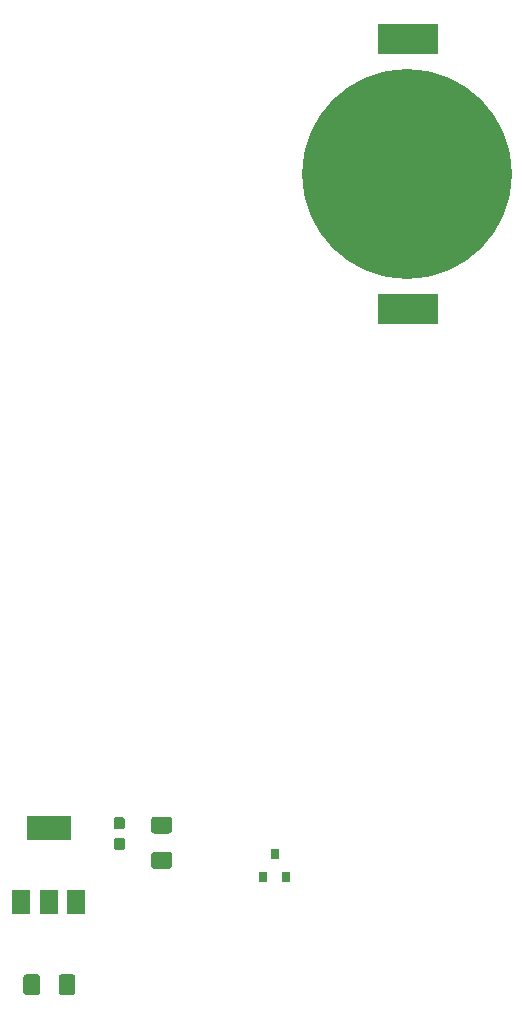
<source format=gbr>
G04 #@! TF.GenerationSoftware,KiCad,Pcbnew,5.1.0-unknown-03bce55~94~ubuntu16.04.1*
G04 #@! TF.CreationDate,2019-06-06T22:48:09-05:00*
G04 #@! TF.ProjectId,Embebidos_2019,456d6265-6269-4646-9f73-5f323031392e,rev?*
G04 #@! TF.SameCoordinates,Original*
G04 #@! TF.FileFunction,Paste,Bot*
G04 #@! TF.FilePolarity,Positive*
%FSLAX46Y46*%
G04 Gerber Fmt 4.6, Leading zero omitted, Abs format (unit mm)*
G04 Created by KiCad (PCBNEW 5.1.0-unknown-03bce55~94~ubuntu16.04.1) date 2019-06-06 22:48:09*
%MOMM*%
%LPD*%
G04 APERTURE LIST*
%ADD10R,5.080000X2.540000*%
%ADD11C,17.780001*%
%ADD12C,0.100000*%
%ADD13C,1.425000*%
%ADD14C,0.950000*%
%ADD15R,0.800000X0.900000*%
%ADD16R,3.800000X2.000000*%
%ADD17R,1.500000X2.000000*%
G04 APERTURE END LIST*
D10*
X111102000Y-62430000D03*
X111102000Y-39570000D03*
D11*
X110975000Y-51000000D03*
D12*
G36*
X79734504Y-118798204D02*
G01*
X79758773Y-118801804D01*
X79782571Y-118807765D01*
X79805671Y-118816030D01*
X79827849Y-118826520D01*
X79848893Y-118839133D01*
X79868598Y-118853747D01*
X79886777Y-118870223D01*
X79903253Y-118888402D01*
X79917867Y-118908107D01*
X79930480Y-118929151D01*
X79940970Y-118951329D01*
X79949235Y-118974429D01*
X79955196Y-118998227D01*
X79958796Y-119022496D01*
X79960000Y-119047000D01*
X79960000Y-120297000D01*
X79958796Y-120321504D01*
X79955196Y-120345773D01*
X79949235Y-120369571D01*
X79940970Y-120392671D01*
X79930480Y-120414849D01*
X79917867Y-120435893D01*
X79903253Y-120455598D01*
X79886777Y-120473777D01*
X79868598Y-120490253D01*
X79848893Y-120504867D01*
X79827849Y-120517480D01*
X79805671Y-120527970D01*
X79782571Y-120536235D01*
X79758773Y-120542196D01*
X79734504Y-120545796D01*
X79710000Y-120547000D01*
X78785000Y-120547000D01*
X78760496Y-120545796D01*
X78736227Y-120542196D01*
X78712429Y-120536235D01*
X78689329Y-120527970D01*
X78667151Y-120517480D01*
X78646107Y-120504867D01*
X78626402Y-120490253D01*
X78608223Y-120473777D01*
X78591747Y-120455598D01*
X78577133Y-120435893D01*
X78564520Y-120414849D01*
X78554030Y-120392671D01*
X78545765Y-120369571D01*
X78539804Y-120345773D01*
X78536204Y-120321504D01*
X78535000Y-120297000D01*
X78535000Y-119047000D01*
X78536204Y-119022496D01*
X78539804Y-118998227D01*
X78545765Y-118974429D01*
X78554030Y-118951329D01*
X78564520Y-118929151D01*
X78577133Y-118908107D01*
X78591747Y-118888402D01*
X78608223Y-118870223D01*
X78626402Y-118853747D01*
X78646107Y-118839133D01*
X78667151Y-118826520D01*
X78689329Y-118816030D01*
X78712429Y-118807765D01*
X78736227Y-118801804D01*
X78760496Y-118798204D01*
X78785000Y-118797000D01*
X79710000Y-118797000D01*
X79734504Y-118798204D01*
X79734504Y-118798204D01*
G37*
D13*
X79247500Y-119672000D03*
D12*
G36*
X82709504Y-118798204D02*
G01*
X82733773Y-118801804D01*
X82757571Y-118807765D01*
X82780671Y-118816030D01*
X82802849Y-118826520D01*
X82823893Y-118839133D01*
X82843598Y-118853747D01*
X82861777Y-118870223D01*
X82878253Y-118888402D01*
X82892867Y-118908107D01*
X82905480Y-118929151D01*
X82915970Y-118951329D01*
X82924235Y-118974429D01*
X82930196Y-118998227D01*
X82933796Y-119022496D01*
X82935000Y-119047000D01*
X82935000Y-120297000D01*
X82933796Y-120321504D01*
X82930196Y-120345773D01*
X82924235Y-120369571D01*
X82915970Y-120392671D01*
X82905480Y-120414849D01*
X82892867Y-120435893D01*
X82878253Y-120455598D01*
X82861777Y-120473777D01*
X82843598Y-120490253D01*
X82823893Y-120504867D01*
X82802849Y-120517480D01*
X82780671Y-120527970D01*
X82757571Y-120536235D01*
X82733773Y-120542196D01*
X82709504Y-120545796D01*
X82685000Y-120547000D01*
X81760000Y-120547000D01*
X81735496Y-120545796D01*
X81711227Y-120542196D01*
X81687429Y-120536235D01*
X81664329Y-120527970D01*
X81642151Y-120517480D01*
X81621107Y-120504867D01*
X81601402Y-120490253D01*
X81583223Y-120473777D01*
X81566747Y-120455598D01*
X81552133Y-120435893D01*
X81539520Y-120414849D01*
X81529030Y-120392671D01*
X81520765Y-120369571D01*
X81514804Y-120345773D01*
X81511204Y-120321504D01*
X81510000Y-120297000D01*
X81510000Y-119047000D01*
X81511204Y-119022496D01*
X81514804Y-118998227D01*
X81520765Y-118974429D01*
X81529030Y-118951329D01*
X81539520Y-118929151D01*
X81552133Y-118908107D01*
X81566747Y-118888402D01*
X81583223Y-118870223D01*
X81601402Y-118853747D01*
X81621107Y-118839133D01*
X81642151Y-118826520D01*
X81664329Y-118816030D01*
X81687429Y-118807765D01*
X81711227Y-118801804D01*
X81735496Y-118798204D01*
X81760000Y-118797000D01*
X82685000Y-118797000D01*
X82709504Y-118798204D01*
X82709504Y-118798204D01*
G37*
D13*
X82222500Y-119672000D03*
D12*
G36*
X86905779Y-105473144D02*
G01*
X86928834Y-105476563D01*
X86951443Y-105482227D01*
X86973387Y-105490079D01*
X86994457Y-105500044D01*
X87014448Y-105512026D01*
X87033168Y-105525910D01*
X87050438Y-105541562D01*
X87066090Y-105558832D01*
X87079974Y-105577552D01*
X87091956Y-105597543D01*
X87101921Y-105618613D01*
X87109773Y-105640557D01*
X87115437Y-105663166D01*
X87118856Y-105686221D01*
X87120000Y-105709500D01*
X87120000Y-106284500D01*
X87118856Y-106307779D01*
X87115437Y-106330834D01*
X87109773Y-106353443D01*
X87101921Y-106375387D01*
X87091956Y-106396457D01*
X87079974Y-106416448D01*
X87066090Y-106435168D01*
X87050438Y-106452438D01*
X87033168Y-106468090D01*
X87014448Y-106481974D01*
X86994457Y-106493956D01*
X86973387Y-106503921D01*
X86951443Y-106511773D01*
X86928834Y-106517437D01*
X86905779Y-106520856D01*
X86882500Y-106522000D01*
X86407500Y-106522000D01*
X86384221Y-106520856D01*
X86361166Y-106517437D01*
X86338557Y-106511773D01*
X86316613Y-106503921D01*
X86295543Y-106493956D01*
X86275552Y-106481974D01*
X86256832Y-106468090D01*
X86239562Y-106452438D01*
X86223910Y-106435168D01*
X86210026Y-106416448D01*
X86198044Y-106396457D01*
X86188079Y-106375387D01*
X86180227Y-106353443D01*
X86174563Y-106330834D01*
X86171144Y-106307779D01*
X86170000Y-106284500D01*
X86170000Y-105709500D01*
X86171144Y-105686221D01*
X86174563Y-105663166D01*
X86180227Y-105640557D01*
X86188079Y-105618613D01*
X86198044Y-105597543D01*
X86210026Y-105577552D01*
X86223910Y-105558832D01*
X86239562Y-105541562D01*
X86256832Y-105525910D01*
X86275552Y-105512026D01*
X86295543Y-105500044D01*
X86316613Y-105490079D01*
X86338557Y-105482227D01*
X86361166Y-105476563D01*
X86384221Y-105473144D01*
X86407500Y-105472000D01*
X86882500Y-105472000D01*
X86905779Y-105473144D01*
X86905779Y-105473144D01*
G37*
D14*
X86645000Y-105997000D03*
D12*
G36*
X86905779Y-107223144D02*
G01*
X86928834Y-107226563D01*
X86951443Y-107232227D01*
X86973387Y-107240079D01*
X86994457Y-107250044D01*
X87014448Y-107262026D01*
X87033168Y-107275910D01*
X87050438Y-107291562D01*
X87066090Y-107308832D01*
X87079974Y-107327552D01*
X87091956Y-107347543D01*
X87101921Y-107368613D01*
X87109773Y-107390557D01*
X87115437Y-107413166D01*
X87118856Y-107436221D01*
X87120000Y-107459500D01*
X87120000Y-108034500D01*
X87118856Y-108057779D01*
X87115437Y-108080834D01*
X87109773Y-108103443D01*
X87101921Y-108125387D01*
X87091956Y-108146457D01*
X87079974Y-108166448D01*
X87066090Y-108185168D01*
X87050438Y-108202438D01*
X87033168Y-108218090D01*
X87014448Y-108231974D01*
X86994457Y-108243956D01*
X86973387Y-108253921D01*
X86951443Y-108261773D01*
X86928834Y-108267437D01*
X86905779Y-108270856D01*
X86882500Y-108272000D01*
X86407500Y-108272000D01*
X86384221Y-108270856D01*
X86361166Y-108267437D01*
X86338557Y-108261773D01*
X86316613Y-108253921D01*
X86295543Y-108243956D01*
X86275552Y-108231974D01*
X86256832Y-108218090D01*
X86239562Y-108202438D01*
X86223910Y-108185168D01*
X86210026Y-108166448D01*
X86198044Y-108146457D01*
X86188079Y-108125387D01*
X86180227Y-108103443D01*
X86174563Y-108080834D01*
X86171144Y-108057779D01*
X86170000Y-108034500D01*
X86170000Y-107459500D01*
X86171144Y-107436221D01*
X86174563Y-107413166D01*
X86180227Y-107390557D01*
X86188079Y-107368613D01*
X86198044Y-107347543D01*
X86210026Y-107327552D01*
X86223910Y-107308832D01*
X86239562Y-107291562D01*
X86256832Y-107275910D01*
X86275552Y-107262026D01*
X86295543Y-107250044D01*
X86316613Y-107240079D01*
X86338557Y-107232227D01*
X86361166Y-107226563D01*
X86384221Y-107223144D01*
X86407500Y-107222000D01*
X86882500Y-107222000D01*
X86905779Y-107223144D01*
X86905779Y-107223144D01*
G37*
D14*
X86645000Y-107747000D03*
D12*
G36*
X90874504Y-108418204D02*
G01*
X90898773Y-108421804D01*
X90922571Y-108427765D01*
X90945671Y-108436030D01*
X90967849Y-108446520D01*
X90988893Y-108459133D01*
X91008598Y-108473747D01*
X91026777Y-108490223D01*
X91043253Y-108508402D01*
X91057867Y-108528107D01*
X91070480Y-108549151D01*
X91080970Y-108571329D01*
X91089235Y-108594429D01*
X91095196Y-108618227D01*
X91098796Y-108642496D01*
X91100000Y-108667000D01*
X91100000Y-109592000D01*
X91098796Y-109616504D01*
X91095196Y-109640773D01*
X91089235Y-109664571D01*
X91080970Y-109687671D01*
X91070480Y-109709849D01*
X91057867Y-109730893D01*
X91043253Y-109750598D01*
X91026777Y-109768777D01*
X91008598Y-109785253D01*
X90988893Y-109799867D01*
X90967849Y-109812480D01*
X90945671Y-109822970D01*
X90922571Y-109831235D01*
X90898773Y-109837196D01*
X90874504Y-109840796D01*
X90850000Y-109842000D01*
X89600000Y-109842000D01*
X89575496Y-109840796D01*
X89551227Y-109837196D01*
X89527429Y-109831235D01*
X89504329Y-109822970D01*
X89482151Y-109812480D01*
X89461107Y-109799867D01*
X89441402Y-109785253D01*
X89423223Y-109768777D01*
X89406747Y-109750598D01*
X89392133Y-109730893D01*
X89379520Y-109709849D01*
X89369030Y-109687671D01*
X89360765Y-109664571D01*
X89354804Y-109640773D01*
X89351204Y-109616504D01*
X89350000Y-109592000D01*
X89350000Y-108667000D01*
X89351204Y-108642496D01*
X89354804Y-108618227D01*
X89360765Y-108594429D01*
X89369030Y-108571329D01*
X89379520Y-108549151D01*
X89392133Y-108528107D01*
X89406747Y-108508402D01*
X89423223Y-108490223D01*
X89441402Y-108473747D01*
X89461107Y-108459133D01*
X89482151Y-108446520D01*
X89504329Y-108436030D01*
X89527429Y-108427765D01*
X89551227Y-108421804D01*
X89575496Y-108418204D01*
X89600000Y-108417000D01*
X90850000Y-108417000D01*
X90874504Y-108418204D01*
X90874504Y-108418204D01*
G37*
D13*
X90225000Y-109129500D03*
D12*
G36*
X90874504Y-105443204D02*
G01*
X90898773Y-105446804D01*
X90922571Y-105452765D01*
X90945671Y-105461030D01*
X90967849Y-105471520D01*
X90988893Y-105484133D01*
X91008598Y-105498747D01*
X91026777Y-105515223D01*
X91043253Y-105533402D01*
X91057867Y-105553107D01*
X91070480Y-105574151D01*
X91080970Y-105596329D01*
X91089235Y-105619429D01*
X91095196Y-105643227D01*
X91098796Y-105667496D01*
X91100000Y-105692000D01*
X91100000Y-106617000D01*
X91098796Y-106641504D01*
X91095196Y-106665773D01*
X91089235Y-106689571D01*
X91080970Y-106712671D01*
X91070480Y-106734849D01*
X91057867Y-106755893D01*
X91043253Y-106775598D01*
X91026777Y-106793777D01*
X91008598Y-106810253D01*
X90988893Y-106824867D01*
X90967849Y-106837480D01*
X90945671Y-106847970D01*
X90922571Y-106856235D01*
X90898773Y-106862196D01*
X90874504Y-106865796D01*
X90850000Y-106867000D01*
X89600000Y-106867000D01*
X89575496Y-106865796D01*
X89551227Y-106862196D01*
X89527429Y-106856235D01*
X89504329Y-106847970D01*
X89482151Y-106837480D01*
X89461107Y-106824867D01*
X89441402Y-106810253D01*
X89423223Y-106793777D01*
X89406747Y-106775598D01*
X89392133Y-106755893D01*
X89379520Y-106734849D01*
X89369030Y-106712671D01*
X89360765Y-106689571D01*
X89354804Y-106665773D01*
X89351204Y-106641504D01*
X89350000Y-106617000D01*
X89350000Y-105692000D01*
X89351204Y-105667496D01*
X89354804Y-105643227D01*
X89360765Y-105619429D01*
X89369030Y-105596329D01*
X89379520Y-105574151D01*
X89392133Y-105553107D01*
X89406747Y-105533402D01*
X89423223Y-105515223D01*
X89441402Y-105498747D01*
X89461107Y-105484133D01*
X89482151Y-105471520D01*
X89504329Y-105461030D01*
X89527429Y-105452765D01*
X89551227Y-105446804D01*
X89575496Y-105443204D01*
X89600000Y-105442000D01*
X90850000Y-105442000D01*
X90874504Y-105443204D01*
X90874504Y-105443204D01*
G37*
D13*
X90225000Y-106154500D03*
D15*
X100748000Y-110575000D03*
X98848000Y-110575000D03*
X99798000Y-108575000D03*
D16*
X80655000Y-106392000D03*
D17*
X80655000Y-112692000D03*
X78355000Y-112692000D03*
X82955000Y-112692000D03*
M02*

</source>
